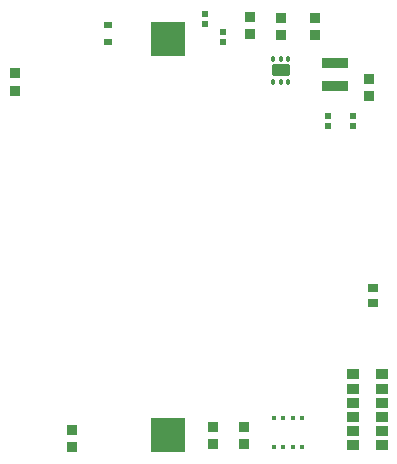
<source format=gbr>
%TF.GenerationSoftware,Altium Limited,Altium Designer,21.2.0 (30)*%
G04 Layer_Color=128*
%FSLAX45Y45*%
%MOMM*%
%TF.SameCoordinates,6E67B6D2-48A1-4C3A-8D5B-8FB38F647B41*%
%TF.FilePolarity,Positive*%
%TF.FileFunction,Paste,Bot*%
%TF.Part,Single*%
G01*
G75*
%TA.AperFunction,SMDPad,CuDef*%
%ADD17R,0.55000X0.60000*%
%ADD20R,0.91213X0.95814*%
%ADD51R,2.30000X0.85000*%
G04:AMPARAMS|DCode=52|XSize=1mm|YSize=1.6mm|CornerRadius=0.25mm|HoleSize=0mm|Usage=FLASHONLY|Rotation=90.000|XOffset=0mm|YOffset=0mm|HoleType=Round|Shape=RoundedRectangle|*
%AMROUNDEDRECTD52*
21,1,1.00000,1.10000,0,0,90.0*
21,1,0.50000,1.60000,0,0,90.0*
1,1,0.50000,0.55000,0.25000*
1,1,0.50000,0.55000,-0.25000*
1,1,0.50000,-0.55000,-0.25000*
1,1,0.50000,-0.55000,0.25000*
%
%ADD52ROUNDEDRECTD52*%
G04:AMPARAMS|DCode=53|XSize=0.45mm|YSize=0.3mm|CornerRadius=0.075mm|HoleSize=0mm|Usage=FLASHONLY|Rotation=90.000|XOffset=0mm|YOffset=0mm|HoleType=Round|Shape=RoundedRectangle|*
%AMROUNDEDRECTD53*
21,1,0.45000,0.15000,0,0,90.0*
21,1,0.30000,0.30000,0,0,90.0*
1,1,0.15000,0.07500,0.15000*
1,1,0.15000,0.07500,-0.15000*
1,1,0.15000,-0.07500,-0.15000*
1,1,0.15000,-0.07500,0.15000*
%
%ADD53ROUNDEDRECTD53*%
%TA.AperFunction,ConnectorPad*%
%ADD54R,0.91213X0.95814*%
%ADD55R,0.55000X0.60000*%
%TA.AperFunction,SMDPad,CuDef*%
%ADD56R,0.80000X0.60000*%
%TA.AperFunction,BGAPad,CuDef*%
%ADD57C,0.15000*%
%TA.AperFunction,SMDPad,CuDef*%
%ADD58R,1.00000X0.90000*%
%ADD59R,0.81213X0.75814*%
%TA.AperFunction,BGAPad,CuDef*%
%ADD60R,0.40000X0.40000*%
%TA.AperFunction,SMDPad,CuDef*%
%ADD61R,3.00000X3.00000*%
D17*
X2038097Y3640172D02*
D03*
Y3725172D02*
D03*
X2932051Y2925657D02*
D03*
Y3010657D02*
D03*
X3147118Y3011521D02*
D03*
Y2926521D02*
D03*
D20*
X3280000Y3322699D02*
D03*
Y3177301D02*
D03*
X760000Y352699D02*
D03*
Y207301D02*
D03*
X280000Y3227301D02*
D03*
Y3372699D02*
D03*
D51*
X2986651Y3265479D02*
D03*
Y3460479D02*
D03*
D52*
X2530956Y3398959D02*
D03*
D53*
X2465956Y3496459D02*
D03*
X2530956D02*
D03*
X2595956D02*
D03*
X2465956Y3301459D02*
D03*
X2530956D02*
D03*
X2595956D02*
D03*
D54*
X2272324Y3848374D02*
D03*
Y3702975D02*
D03*
X2220000Y382699D02*
D03*
Y237301D02*
D03*
X1958461D02*
D03*
Y382699D02*
D03*
X2530457Y3695431D02*
D03*
Y3840830D02*
D03*
X2822177Y3695431D02*
D03*
Y3840830D02*
D03*
D55*
X1889175Y3790540D02*
D03*
Y3875540D02*
D03*
D56*
X1070000Y3780000D02*
D03*
Y3640000D02*
D03*
D57*
X690000Y3630000D02*
D03*
X730000D02*
D03*
X690000Y3670000D02*
D03*
X730000D02*
D03*
X690000Y3710000D02*
D03*
X730000D02*
D03*
X690000Y3750000D02*
D03*
X730000D02*
D03*
D58*
X3390899Y464366D02*
D03*
Y224366D02*
D03*
Y344366D02*
D03*
Y584366D02*
D03*
Y704366D02*
D03*
Y824366D02*
D03*
X3143300D02*
D03*
Y704366D02*
D03*
Y584366D02*
D03*
Y464366D02*
D03*
Y344366D02*
D03*
Y224366D02*
D03*
D59*
X3309393Y1555733D02*
D03*
Y1430334D02*
D03*
D60*
X2554115Y210983D02*
D03*
X2714115Y450983D02*
D03*
X2634115Y210983D02*
D03*
Y450983D02*
D03*
X2474115D02*
D03*
X2554115D02*
D03*
X2714115Y210983D02*
D03*
X2474115D02*
D03*
D61*
X1573317Y3661790D02*
D03*
Y308990D02*
D03*
%TF.MD5,4c619f74f3a35c720e1d7e0783dcf2a1*%
M02*

</source>
